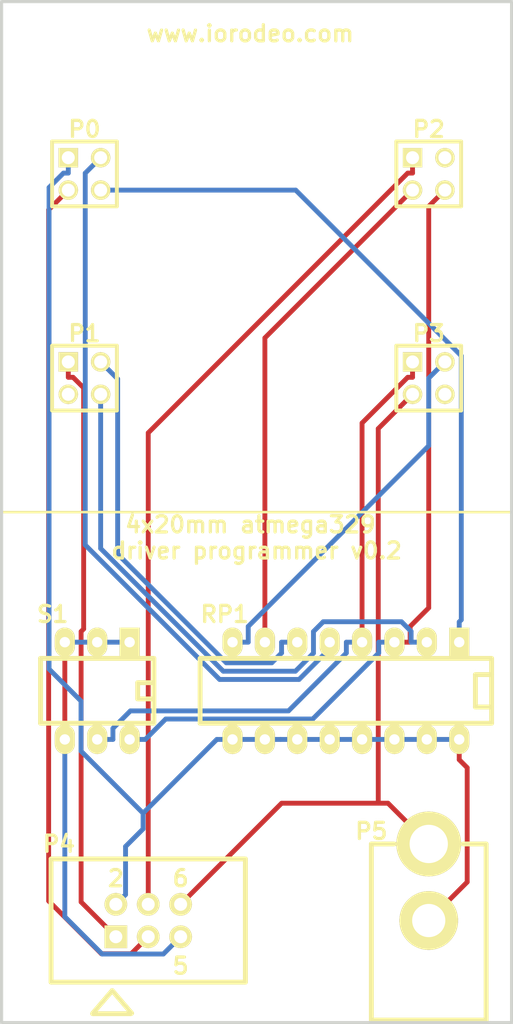
<source format=kicad_pcb>
(kicad_pcb (version 3) (host pcbnew "(2013-mar-13)-testing")

  (general
    (links 29)
    (no_connects 0)
    (area 49.874999 49.874999 90.125001 130.244321)
    (thickness 1.6)
    (drawings 7)
    (tracks 112)
    (zones 0)
    (modules 8)
    (nets 18)
  )

  (page A4)
  (layers
    (15 F.Cu signal)
    (0 B.Cu signal)
    (16 B.Adhes user)
    (17 F.Adhes user)
    (18 B.Paste user)
    (19 F.Paste user)
    (20 B.SilkS user)
    (21 F.SilkS user)
    (22 B.Mask user)
    (23 F.Mask user)
    (24 Dwgs.User user)
    (25 Cmts.User user)
    (26 Eco1.User user)
    (27 Eco2.User user)
    (28 Edge.Cuts user)
  )

  (setup
    (last_trace_width 0.381)
    (trace_clearance 0.254)
    (zone_clearance 0.508)
    (zone_45_only no)
    (trace_min 0.254)
    (segment_width 0.2)
    (edge_width 0.25)
    (via_size 0.889)
    (via_drill 0.635)
    (via_min_size 0.889)
    (via_min_drill 0.508)
    (uvia_size 0.508)
    (uvia_drill 0.127)
    (uvias_allowed no)
    (uvia_min_size 0.508)
    (uvia_min_drill 0.127)
    (pcb_text_width 0.3)
    (pcb_text_size 1.5 1.5)
    (mod_edge_width 0.15)
    (mod_text_size 1 1)
    (mod_text_width 0.15)
    (pad_size 1.5 1.5)
    (pad_drill 0.6)
    (pad_to_mask_clearance 0)
    (aux_axis_origin 0 0)
    (visible_elements FFFFFF7F)
    (pcbplotparams
      (layerselection 284196865)
      (usegerberextensions true)
      (excludeedgelayer true)
      (linewidth 0.150000)
      (plotframeref false)
      (viasonmask false)
      (mode 1)
      (useauxorigin false)
      (hpglpennumber 1)
      (hpglpenspeed 20)
      (hpglpendiameter 15)
      (hpglpenoverlay 2)
      (psnegative false)
      (psa4output false)
      (plotreference true)
      (plotvalue true)
      (plotothertext true)
      (plotinvisibletext false)
      (padsonsilk false)
      (subtractmaskfromsilk false)
      (outputformat 1)
      (mirror false)
      (drillshape 0)
      (scaleselection 1)
      (outputdirectory gerber_v0p2/))
  )

  (net 0 "")
  (net 1 +5V)
  (net 2 /CS0)
  (net 3 /CS1)
  (net 4 /CS2)
  (net 5 /CS3)
  (net 6 /MISO)
  (net 7 /MOSI)
  (net 8 /RESET)
  (net 9 /RESET_DRV0)
  (net 10 /RESET_DRV1)
  (net 11 /RESET_DRV2)
  (net 12 /RESET_DRV3)
  (net 13 /SCK)
  (net 14 GND)
  (net 15 N-0000014)
  (net 16 N-0000015)
  (net 17 N-0000016)

  (net_class Default "This is the default net class."
    (clearance 0.254)
    (trace_width 0.381)
    (via_dia 0.889)
    (via_drill 0.635)
    (uvia_dia 0.508)
    (uvia_drill 0.127)
    (add_net "")
    (add_net +5V)
    (add_net /CS0)
    (add_net /CS1)
    (add_net /CS2)
    (add_net /CS3)
    (add_net /MISO)
    (add_net /MOSI)
    (add_net /RESET)
    (add_net /RESET_DRV0)
    (add_net /RESET_DRV1)
    (add_net /RESET_DRV2)
    (add_net /RESET_DRV3)
    (add_net /SCK)
    (add_net GND)
    (add_net N-0000014)
    (add_net N-0000015)
    (add_net N-0000016)
  )

  (module PIN_ARRAY_2X2 (layer F.Cu) (tedit 53C6BDA0) (tstamp 53C6B04B)
    (at 56.5 63.5 270)
    (descr "Double rangee de contacts 2 x 2 pins")
    (tags CONN)
    (path /53C5CAE7)
    (fp_text reference P0 (at -3.5 0 360) (layer F.SilkS)
      (effects (font (size 1.27 1.27) (thickness 0.254)))
    )
    (fp_text value CONN_2X2 (at 0 3.048 270) (layer F.SilkS) hide
      (effects (font (size 1.016 1.016) (thickness 0.2032)))
    )
    (fp_line (start -2.54 -2.54) (end 2.54 -2.54) (layer F.SilkS) (width 0.3048))
    (fp_line (start 2.54 -2.54) (end 2.54 2.54) (layer F.SilkS) (width 0.3048))
    (fp_line (start 2.54 2.54) (end -2.54 2.54) (layer F.SilkS) (width 0.3048))
    (fp_line (start -2.54 2.54) (end -2.54 -2.54) (layer F.SilkS) (width 0.3048))
    (pad 1 thru_hole rect (at -1.27 1.27 270) (size 1.524 1.524) (drill 1.016)
      (layers *.Cu *.Mask F.SilkS)
      (net 1 +5V)
    )
    (pad 2 thru_hole circle (at -1.27 -1.27 270) (size 1.524 1.524) (drill 1.016)
      (layers *.Cu *.Mask F.SilkS)
      (net 2 /CS0)
    )
    (pad 3 thru_hole circle (at 1.27 1.27 270) (size 1.524 1.524) (drill 1.016)
      (layers *.Cu *.Mask F.SilkS)
      (net 13 /SCK)
    )
    (pad 4 thru_hole circle (at 1.27 -1.27 270) (size 1.524 1.524) (drill 1.016)
      (layers *.Cu *.Mask F.SilkS)
      (net 9 /RESET_DRV0)
    )
    (model pin_array/pins_array_2x2.wrl
      (at (xyz 0 0 0))
      (scale (xyz 1 1 1))
      (rotate (xyz 0 0 0))
    )
  )

  (module PIN_ARRAY_2X2 (layer F.Cu) (tedit 53C6BDB4) (tstamp 53C6B057)
    (at 56.5 79.5 270)
    (descr "Double rangee de contacts 2 x 2 pins")
    (tags CONN)
    (path /53C5CB05)
    (fp_text reference P1 (at -3.5 0 540) (layer F.SilkS)
      (effects (font (size 1.27 1.27) (thickness 0.254)))
    )
    (fp_text value CONN_2X2 (at 0 3.048 270) (layer F.SilkS) hide
      (effects (font (size 1.016 1.016) (thickness 0.2032)))
    )
    (fp_line (start -2.54 -2.54) (end 2.54 -2.54) (layer F.SilkS) (width 0.3048))
    (fp_line (start 2.54 -2.54) (end 2.54 2.54) (layer F.SilkS) (width 0.3048))
    (fp_line (start 2.54 2.54) (end -2.54 2.54) (layer F.SilkS) (width 0.3048))
    (fp_line (start -2.54 2.54) (end -2.54 -2.54) (layer F.SilkS) (width 0.3048))
    (pad 1 thru_hole rect (at -1.27 1.27 270) (size 1.524 1.524) (drill 1.016)
      (layers *.Cu *.Mask F.SilkS)
      (net 6 /MISO)
    )
    (pad 2 thru_hole circle (at -1.27 -1.27 270) (size 1.524 1.524) (drill 1.016)
      (layers *.Cu *.Mask F.SilkS)
      (net 3 /CS1)
    )
    (pad 3 thru_hole circle (at 1.27 1.27 270) (size 1.524 1.524) (drill 1.016)
      (layers *.Cu *.Mask F.SilkS)
      (net 15 N-0000014)
    )
    (pad 4 thru_hole circle (at 1.27 -1.27 270) (size 1.524 1.524) (drill 1.016)
      (layers *.Cu *.Mask F.SilkS)
      (net 10 /RESET_DRV1)
    )
    (model pin_array/pins_array_2x2.wrl
      (at (xyz 0 0 0))
      (scale (xyz 1 1 1))
      (rotate (xyz 0 0 0))
    )
  )

  (module PIN_ARRAY_2X2 (layer F.Cu) (tedit 53C6BD9C) (tstamp 53C6B063)
    (at 83.5 63.5 270)
    (descr "Double rangee de contacts 2 x 2 pins")
    (tags CONN)
    (path /53C5CAF6)
    (fp_text reference P2 (at -3.5 0 540) (layer F.SilkS)
      (effects (font (size 1.27 1.27) (thickness 0.254)))
    )
    (fp_text value CONN_2X2 (at 0 3.048 270) (layer F.SilkS) hide
      (effects (font (size 1.016 1.016) (thickness 0.2032)))
    )
    (fp_line (start -2.54 -2.54) (end 2.54 -2.54) (layer F.SilkS) (width 0.3048))
    (fp_line (start 2.54 -2.54) (end 2.54 2.54) (layer F.SilkS) (width 0.3048))
    (fp_line (start 2.54 2.54) (end -2.54 2.54) (layer F.SilkS) (width 0.3048))
    (fp_line (start -2.54 2.54) (end -2.54 -2.54) (layer F.SilkS) (width 0.3048))
    (pad 1 thru_hole rect (at -1.27 1.27 270) (size 1.524 1.524) (drill 1.016)
      (layers *.Cu *.Mask F.SilkS)
      (net 7 /MOSI)
    )
    (pad 2 thru_hole circle (at -1.27 -1.27 270) (size 1.524 1.524) (drill 1.016)
      (layers *.Cu *.Mask F.SilkS)
      (net 16 N-0000015)
    )
    (pad 3 thru_hole circle (at 1.27 1.27 270) (size 1.524 1.524) (drill 1.016)
      (layers *.Cu *.Mask F.SilkS)
      (net 4 /CS2)
    )
    (pad 4 thru_hole circle (at 1.27 -1.27 270) (size 1.524 1.524) (drill 1.016)
      (layers *.Cu *.Mask F.SilkS)
      (net 11 /RESET_DRV2)
    )
    (model pin_array/pins_array_2x2.wrl
      (at (xyz 0 0 0))
      (scale (xyz 1 1 1))
      (rotate (xyz 0 0 0))
    )
  )

  (module PIN_ARRAY_2X2 (layer F.Cu) (tedit 53C6BDCA) (tstamp 53C6B06F)
    (at 83.5 79.5 270)
    (descr "Double rangee de contacts 2 x 2 pins")
    (tags CONN)
    (path /53C5CB14)
    (fp_text reference P3 (at -3.5 0 360) (layer F.SilkS)
      (effects (font (size 1.27 1.27) (thickness 0.254)))
    )
    (fp_text value CONN_2X2 (at 0 3.048 270) (layer F.SilkS) hide
      (effects (font (size 1.016 1.016) (thickness 0.2032)))
    )
    (fp_line (start -2.54 -2.54) (end 2.54 -2.54) (layer F.SilkS) (width 0.3048))
    (fp_line (start 2.54 -2.54) (end 2.54 2.54) (layer F.SilkS) (width 0.3048))
    (fp_line (start 2.54 2.54) (end -2.54 2.54) (layer F.SilkS) (width 0.3048))
    (fp_line (start -2.54 2.54) (end -2.54 -2.54) (layer F.SilkS) (width 0.3048))
    (pad 1 thru_hole rect (at -1.27 1.27 270) (size 1.524 1.524) (drill 1.016)
      (layers *.Cu *.Mask F.SilkS)
      (net 12 /RESET_DRV3)
    )
    (pad 2 thru_hole circle (at -1.27 -1.27 270) (size 1.524 1.524) (drill 1.016)
      (layers *.Cu *.Mask F.SilkS)
      (net 5 /CS3)
    )
    (pad 3 thru_hole circle (at 1.27 1.27 270) (size 1.524 1.524) (drill 1.016)
      (layers *.Cu *.Mask F.SilkS)
      (net 14 GND)
    )
    (pad 4 thru_hole circle (at 1.27 -1.27 270) (size 1.524 1.524) (drill 1.016)
      (layers *.Cu *.Mask F.SilkS)
      (net 17 N-0000016)
    )
    (model pin_array/pins_array_2x2.wrl
      (at (xyz 0 0 0))
      (scale (xyz 1 1 1))
      (rotate (xyz 0 0 0))
    )
  )

  (module 3X2_SHRD_HEADER (layer F.Cu) (tedit 53C6BDDD) (tstamp 53C6B083)
    (at 61.5 122)
    (path /53C5CE0B)
    (fp_text reference P4 (at -7 -6) (layer F.SilkS)
      (effects (font (size 1.27 1.27) (thickness 0.254)))
    )
    (fp_text value CONN_3X2 (at 5.19938 6.2992) (layer F.SilkS) hide
      (effects (font (thickness 0.3048)))
    )
    (fp_text user 5 (at 2.54 3.556) (layer F.SilkS)
      (effects (font (size 1.27 1.27) (thickness 0.254)))
    )
    (fp_text user 6 (at 2.54 -3.302) (layer F.SilkS)
      (effects (font (size 1.27 1.27) (thickness 0.254)))
    )
    (fp_line (start -7.62 4.826) (end 7.62 4.826) (layer F.SilkS) (width 0.381))
    (fp_line (start -7.62 -4.826) (end 7.62 -4.826) (layer F.SilkS) (width 0.381))
    (fp_line (start 7.62 -4.826) (end 7.62 4.826) (layer F.SilkS) (width 0.381))
    (fp_line (start -7.62 4.826) (end -7.62 -4.826) (layer F.SilkS) (width 0.381))
    (fp_line (start -4.36118 7.29996) (end -1.3589 7.29996) (layer F.SilkS) (width 0.381))
    (fp_text user 2 (at -2.54 -3.302) (layer F.SilkS)
      (effects (font (size 1.27 1.27) (thickness 0.254)))
    )
    (fp_line (start -2.82448 5.48894) (end -4.34848 7.26694) (layer F.SilkS) (width 0.381))
    (fp_line (start -1.30048 7.2644) (end -2.82448 5.4864) (layer F.SilkS) (width 0.381))
    (pad 1 thru_hole rect (at -2.54 1.27) (size 1.778 1.778) (drill 1.016)
      (layers *.Cu *.Mask F.SilkS)
      (net 6 /MISO)
    )
    (pad 2 thru_hole circle (at -2.54 -1.27) (size 1.778 1.778) (drill 1.016)
      (layers *.Cu *.Mask F.SilkS)
      (net 1 +5V)
    )
    (pad 3 thru_hole circle (at 0 1.27) (size 1.778 1.778) (drill 1.016)
      (layers *.Cu *.Mask F.SilkS)
      (net 13 /SCK)
    )
    (pad 4 thru_hole circle (at 0 -1.27) (size 1.778 1.778) (drill 1.016)
      (layers *.Cu *.Mask F.SilkS)
      (net 7 /MOSI)
    )
    (pad 5 thru_hole circle (at 2.54 1.27) (size 1.778 1.778) (drill 1.016)
      (layers *.Cu *.Mask F.SilkS)
      (net 8 /RESET)
    )
    (pad 6 thru_hole circle (at 2.54 -1.27) (size 1.778 1.778) (drill 1.016)
      (layers *.Cu *.Mask F.SilkS)
      (net 14 GND)
    )
  )

  (module DCJACK_2PIN (layer F.Cu) (tedit 53C6BDD9) (tstamp 53C6B08F)
    (at 83.5 116 270)
    (path /53C5CBA3)
    (fp_text reference P5 (at -1 4.5 540) (layer F.SilkS)
      (effects (font (size 1.27 1.27) (thickness 0.254)))
    )
    (fp_text value CONN_2 (at 7.8994 6.79958 270) (layer F.SilkS) hide
      (effects (font (thickness 0.3048)))
    )
    (fp_line (start 0 -2.70002) (end 0 -4.50088) (layer F.SilkS) (width 0.381))
    (fp_line (start 0 -4.50088) (end 13.79982 -4.50088) (layer F.SilkS) (width 0.381))
    (fp_line (start 13.79982 -4.50088) (end 13.79982 4.39928) (layer F.SilkS) (width 0.381))
    (fp_line (start 13.79982 4.39928) (end 13.79982 4.50088) (layer F.SilkS) (width 0.381))
    (fp_line (start 13.79982 4.50088) (end 0 4.50088) (layer F.SilkS) (width 0.381))
    (fp_line (start 0 4.50088) (end 0 2.70002) (layer F.SilkS) (width 0.381))
    (pad 1 thru_hole circle (at 0 0 270) (size 5.08 5.08) (drill 2.99974)
      (layers *.Cu *.Mask F.SilkS)
      (net 14 GND)
    )
    (pad 2 thru_hole circle (at 5.99948 0 270) (size 4.59994 4.59994) (drill 2.60096)
      (layers *.Cu *.Mask F.SilkS)
      (net 1 +5V)
    )
  )

  (module DIP-6__300_ELL (layer F.Cu) (tedit 53C6BDD4) (tstamp 53C6B110)
    (at 57.5 104 180)
    (descr "6 pins DIL package, elliptical pads")
    (tags DIL)
    (path /53C5F128)
    (fp_text reference S1 (at 3.5 6 180) (layer F.SilkS)
      (effects (font (size 1.27 1.27) (thickness 0.254)))
    )
    (fp_text value DIP_SWITCH_4 (at 0 1.27 180) (layer F.SilkS) hide
      (effects (font (size 1.27 0.889) (thickness 0.1524)))
    )
    (fp_line (start -4.445 -2.54) (end 4.445 -2.54) (layer F.SilkS) (width 0.381))
    (fp_line (start 4.445 -2.54) (end 4.445 2.54) (layer F.SilkS) (width 0.381))
    (fp_line (start 4.445 2.54) (end -4.445 2.54) (layer F.SilkS) (width 0.381))
    (fp_line (start -4.445 2.54) (end -4.445 -2.54) (layer F.SilkS) (width 0.381))
    (fp_line (start -4.445 -0.635) (end -3.175 -0.635) (layer F.SilkS) (width 0.381))
    (fp_line (start -3.175 -0.635) (end -3.175 0.635) (layer F.SilkS) (width 0.381))
    (fp_line (start -3.175 0.635) (end -4.445 0.635) (layer F.SilkS) (width 0.381))
    (pad 1 thru_hole rect (at -2.54 3.81 180) (size 1.5748 2.286) (drill 0.8128)
      (layers *.Cu *.Mask F.SilkS)
      (net 8 /RESET)
    )
    (pad 2 thru_hole oval (at 0 3.81 180) (size 1.5748 2.286) (drill 0.8128)
      (layers *.Cu *.Mask F.SilkS)
      (net 8 /RESET)
    )
    (pad 3 thru_hole oval (at 2.54 3.81 180) (size 1.5748 2.286) (drill 0.8128)
      (layers *.Cu *.Mask F.SilkS)
      (net 8 /RESET)
    )
    (pad 4 thru_hole oval (at 2.54 -3.81 180) (size 1.5748 2.286) (drill 0.8128)
      (layers *.Cu *.Mask F.SilkS)
      (net 8 /RESET)
    )
    (pad 5 thru_hole oval (at 0 -3.81 180) (size 1.5748 2.286) (drill 0.8128)
      (layers *.Cu *.Mask F.SilkS)
      (net 12 /RESET_DRV3)
    )
    (pad 6 thru_hole oval (at -2.54 -3.81 180) (size 1.5748 2.286) (drill 0.8128)
      (layers *.Cu *.Mask F.SilkS)
      (net 11 /RESET_DRV2)
    )
    (model dil/dil_6.wrl
      (at (xyz 0 0 0))
      (scale (xyz 1 1 1))
      (rotate (xyz 0 0 0))
    )
  )

  (module DIP-16__300_ELL (layer F.Cu) (tedit 53C6BDD1) (tstamp 53C6B333)
    (at 77 104 180)
    (descr "16 pins DIL package, elliptical pads")
    (tags DIL)
    (path /53C6B0EF)
    (fp_text reference RP1 (at 9.5 6 180) (layer F.SilkS)
      (effects (font (size 1.27 1.27) (thickness 0.254)))
    )
    (fp_text value R_PACK8 (at 1.27 1.27 180) (layer F.SilkS) hide
      (effects (font (size 1.524 1.143) (thickness 0.28575)))
    )
    (fp_line (start -11.43 -1.27) (end -11.43 -1.27) (layer F.SilkS) (width 0.381))
    (fp_line (start -11.43 -1.27) (end -10.16 -1.27) (layer F.SilkS) (width 0.381))
    (fp_line (start -10.16 -1.27) (end -10.16 1.27) (layer F.SilkS) (width 0.381))
    (fp_line (start -10.16 1.27) (end -11.43 1.27) (layer F.SilkS) (width 0.381))
    (fp_line (start -11.43 -2.54) (end 11.43 -2.54) (layer F.SilkS) (width 0.381))
    (fp_line (start 11.43 -2.54) (end 11.43 2.54) (layer F.SilkS) (width 0.381))
    (fp_line (start 11.43 2.54) (end -11.43 2.54) (layer F.SilkS) (width 0.381))
    (fp_line (start -11.43 2.54) (end -11.43 -2.54) (layer F.SilkS) (width 0.381))
    (pad 1 thru_hole rect (at -8.89 3.81 180) (size 1.5748 2.286) (drill 0.8128)
      (layers *.Cu *.Mask F.SilkS)
      (net 9 /RESET_DRV0)
    )
    (pad 2 thru_hole oval (at -6.35 3.81 180) (size 1.5748 2.286) (drill 0.8128)
      (layers *.Cu *.Mask F.SilkS)
      (net 10 /RESET_DRV1)
    )
    (pad 3 thru_hole oval (at -3.81 3.81 180) (size 1.5748 2.286) (drill 0.8128)
      (layers *.Cu *.Mask F.SilkS)
      (net 11 /RESET_DRV2)
    )
    (pad 4 thru_hole oval (at -1.27 3.81 180) (size 1.5748 2.286) (drill 0.8128)
      (layers *.Cu *.Mask F.SilkS)
      (net 12 /RESET_DRV3)
    )
    (pad 5 thru_hole oval (at 1.27 3.81 180) (size 1.5748 2.286) (drill 0.8128)
      (layers *.Cu *.Mask F.SilkS)
      (net 2 /CS0)
    )
    (pad 6 thru_hole oval (at 3.81 3.81 180) (size 1.5748 2.286) (drill 0.8128)
      (layers *.Cu *.Mask F.SilkS)
      (net 3 /CS1)
    )
    (pad 7 thru_hole oval (at 6.35 3.81 180) (size 1.5748 2.286) (drill 0.8128)
      (layers *.Cu *.Mask F.SilkS)
      (net 4 /CS2)
    )
    (pad 8 thru_hole oval (at 8.89 3.81 180) (size 1.5748 2.286) (drill 0.8128)
      (layers *.Cu *.Mask F.SilkS)
      (net 5 /CS3)
    )
    (pad 9 thru_hole oval (at 8.89 -3.81 180) (size 1.5748 2.286) (drill 0.8128)
      (layers *.Cu *.Mask F.SilkS)
      (net 1 +5V)
    )
    (pad 10 thru_hole oval (at 6.35 -3.81 180) (size 1.5748 2.286) (drill 0.8128)
      (layers *.Cu *.Mask F.SilkS)
      (net 1 +5V)
    )
    (pad 11 thru_hole oval (at 3.81 -3.81 180) (size 1.5748 2.286) (drill 0.8128)
      (layers *.Cu *.Mask F.SilkS)
      (net 1 +5V)
    )
    (pad 12 thru_hole oval (at 1.27 -3.81 180) (size 1.5748 2.286) (drill 0.8128)
      (layers *.Cu *.Mask F.SilkS)
      (net 1 +5V)
    )
    (pad 13 thru_hole oval (at -1.27 -3.81 180) (size 1.5748 2.286) (drill 0.8128)
      (layers *.Cu *.Mask F.SilkS)
      (net 1 +5V)
    )
    (pad 14 thru_hole oval (at -3.81 -3.81 180) (size 1.5748 2.286) (drill 0.8128)
      (layers *.Cu *.Mask F.SilkS)
      (net 1 +5V)
    )
    (pad 15 thru_hole oval (at -6.35 -3.81 180) (size 1.5748 2.286) (drill 0.8128)
      (layers *.Cu *.Mask F.SilkS)
      (net 1 +5V)
    )
    (pad 16 thru_hole oval (at -8.89 -3.81 180) (size 1.5748 2.286) (drill 0.8128)
      (layers *.Cu *.Mask F.SilkS)
      (net 1 +5V)
    )
    (model dil/dil_16.wrl
      (at (xyz 0 0 0))
      (scale (xyz 1 1 1))
      (rotate (xyz 0 0 0))
    )
  )

  (gr_text www.iorodeo.com (at 69.5 52.5) (layer F.SilkS)
    (effects (font (size 1.27 1.27) (thickness 0.254)))
  )
  (gr_text "4x20mm atmega329 \ndriver programmer v0.2" (at 70 92) (layer F.SilkS)
    (effects (font (size 1.27 1.27) (thickness 0.254)))
  )
  (gr_line (start 50 90) (end 90 90) (angle 90) (layer F.SilkS) (width 0.2))
  (gr_line (start 50 130) (end 90 130) (angle 90) (layer Edge.Cuts) (width 0.25))
  (gr_line (start 90 50) (end 90 130) (angle 90) (layer Edge.Cuts) (width 0.25))
  (gr_line (start 50 50) (end 90 50) (angle 90) (layer Edge.Cuts) (width 0.25))
  (gr_line (start 50 50) (end 50 130) (angle 90) (layer Edge.Cuts) (width 0.25))

  (segment (start 85.89 107.81) (end 83.35 107.81) (width 0.381) (layer B.Cu) (net 1))
  (segment (start 83.35 107.81) (end 80.81 107.81) (width 0.381) (layer B.Cu) (net 1))
  (segment (start 80.81 107.81) (end 78.27 107.81) (width 0.381) (layer B.Cu) (net 1))
  (segment (start 78.27 107.81) (end 75.73 107.81) (width 0.381) (layer B.Cu) (net 1))
  (segment (start 70.65 107.81) (end 71.8822 107.81) (width 0.381) (layer B.Cu) (net 1))
  (segment (start 75.73 107.81) (end 73.19 107.81) (width 0.381) (layer B.Cu) (net 1))
  (segment (start 73.19 107.81) (end 71.8822 107.81) (width 0.381) (layer B.Cu) (net 1))
  (segment (start 86.5146 118.9849) (end 83.5 121.9995) (width 0.381) (layer F.Cu) (net 1))
  (segment (start 86.5146 110.0224) (end 86.5146 118.9849) (width 0.381) (layer F.Cu) (net 1))
  (segment (start 85.89 109.3978) (end 86.5146 110.0224) (width 0.381) (layer F.Cu) (net 1))
  (segment (start 85.89 107.81) (end 85.89 109.3978) (width 0.381) (layer F.Cu) (net 1))
  (segment (start 70.65 107.81) (end 68.11 107.81) (width 0.381) (layer B.Cu) (net 1))
  (segment (start 55.23 62.23) (end 55.23 63.4368) (width 0.381) (layer B.Cu) (net 1))
  (segment (start 68.11 107.81) (end 66.8778 107.81) (width 0.381) (layer B.Cu) (net 1))
  (segment (start 66.8778 107.81) (end 61.0965 113.5913) (width 0.381) (layer B.Cu) (net 1))
  (segment (start 61.0965 113.5914) (end 61.0965 113.5913) (width 0.381) (layer B.Cu) (net 1))
  (segment (start 61.0965 114.8235) (end 61.0965 113.5914) (width 0.381) (layer B.Cu) (net 1))
  (segment (start 59.7219 116.1981) (end 61.0965 114.8235) (width 0.381) (layer B.Cu) (net 1))
  (segment (start 59.7219 119.9681) (end 59.7219 116.1981) (width 0.381) (layer B.Cu) (net 1))
  (segment (start 58.96 120.73) (end 59.7219 119.9681) (width 0.381) (layer B.Cu) (net 1))
  (segment (start 54.8529 63.4368) (end 55.23 63.4368) (width 0.381) (layer B.Cu) (net 1))
  (segment (start 53.7221 64.5676) (end 54.8529 63.4368) (width 0.381) (layer B.Cu) (net 1))
  (segment (start 53.7221 102.2958) (end 53.7221 64.5676) (width 0.381) (layer B.Cu) (net 1))
  (segment (start 56.23 104.8037) (end 53.7221 102.2958) (width 0.381) (layer B.Cu) (net 1))
  (segment (start 56.23 108.7249) (end 56.23 104.8037) (width 0.381) (layer B.Cu) (net 1))
  (segment (start 61.0965 113.5913) (end 56.23 108.7249) (width 0.381) (layer B.Cu) (net 1))
  (segment (start 56.5595 63.4405) (end 57.77 62.23) (width 0.381) (layer B.Cu) (net 2))
  (segment (start 56.5595 92.5743) (end 56.5595 63.4405) (width 0.381) (layer B.Cu) (net 2))
  (segment (start 67.0957 103.1105) (end 56.5595 92.5743) (width 0.381) (layer B.Cu) (net 2))
  (segment (start 73.3303 103.1105) (end 67.0957 103.1105) (width 0.381) (layer B.Cu) (net 2))
  (segment (start 75.73 100.7108) (end 73.3303 103.1105) (width 0.381) (layer B.Cu) (net 2))
  (segment (start 75.73 100.19) (end 75.73 100.7108) (width 0.381) (layer B.Cu) (net 2))
  (segment (start 59.1031 79.5631) (end 57.77 78.23) (width 0.381) (layer B.Cu) (net 3))
  (segment (start 59.1031 93.2851) (end 59.1031 79.5631) (width 0.381) (layer B.Cu) (net 3))
  (segment (start 67.6259 101.8079) (end 59.1031 93.2851) (width 0.381) (layer B.Cu) (net 3))
  (segment (start 71.187 101.8079) (end 67.6259 101.8079) (width 0.381) (layer B.Cu) (net 3))
  (segment (start 71.9578 101.0371) (end 71.187 101.8079) (width 0.381) (layer B.Cu) (net 3))
  (segment (start 71.9578 100.19) (end 71.9578 101.0371) (width 0.381) (layer B.Cu) (net 3))
  (segment (start 73.19 100.19) (end 71.9578 100.19) (width 0.381) (layer B.Cu) (net 3))
  (segment (start 70.65 76.35) (end 82.23 64.77) (width 0.381) (layer F.Cu) (net 4))
  (segment (start 70.65 100.19) (end 70.65 76.35) (width 0.381) (layer F.Cu) (net 4))
  (segment (start 83.5 79.5) (end 84.77 78.23) (width 0.381) (layer B.Cu) (net 5))
  (segment (start 83.5 84.8) (end 83.5 79.5) (width 0.381) (layer B.Cu) (net 5))
  (segment (start 69.3422 98.9578) (end 83.5 84.8) (width 0.381) (layer B.Cu) (net 5))
  (segment (start 69.3422 100.19) (end 69.3422 98.9578) (width 0.381) (layer B.Cu) (net 5))
  (segment (start 68.11 100.19) (end 69.3422 100.19) (width 0.381) (layer B.Cu) (net 5))
  (segment (start 55.6072 79.4368) (end 55.23 79.4368) (width 0.381) (layer F.Cu) (net 6))
  (segment (start 56.4368 80.2664) (end 55.6072 79.4368) (width 0.381) (layer F.Cu) (net 6))
  (segment (start 56.4368 99.1549) (end 56.4368 80.2664) (width 0.381) (layer F.Cu) (net 6))
  (segment (start 56.2357 99.356) (end 56.4368 99.1549) (width 0.381) (layer F.Cu) (net 6))
  (segment (start 56.2357 120.5457) (end 56.2357 99.356) (width 0.381) (layer F.Cu) (net 6))
  (segment (start 58.96 123.27) (end 56.2357 120.5457) (width 0.381) (layer F.Cu) (net 6))
  (segment (start 55.23 78.23) (end 55.23 79.4368) (width 0.381) (layer F.Cu) (net 6))
  (segment (start 81.8529 63.4368) (end 82.23 63.4368) (width 0.381) (layer F.Cu) (net 7))
  (segment (start 61.5 83.7897) (end 81.8529 63.4368) (width 0.381) (layer F.Cu) (net 7))
  (segment (start 61.5 120.73) (end 61.5 83.7897) (width 0.381) (layer F.Cu) (net 7))
  (segment (start 82.23 62.23) (end 82.23 63.4368) (width 0.381) (layer F.Cu) (net 7))
  (segment (start 54.96 100.19) (end 57.5 100.19) (width 0.381) (layer B.Cu) (net 8))
  (segment (start 57.5 100.19) (end 60.04 100.19) (width 0.381) (layer B.Cu) (net 8))
  (segment (start 62.6866 124.6234) (end 64.04 123.27) (width 0.381) (layer B.Cu) (net 8))
  (segment (start 57.8814 124.6234) (end 62.6866 124.6234) (width 0.381) (layer B.Cu) (net 8))
  (segment (start 54.96 121.702) (end 57.8814 124.6234) (width 0.381) (layer B.Cu) (net 8))
  (segment (start 54.96 107.81) (end 54.96 121.702) (width 0.381) (layer B.Cu) (net 8))
  (segment (start 54.96 107.81) (end 54.96 100.19) (width 0.381) (layer F.Cu) (net 8))
  (segment (start 73.0669 64.77) (end 57.77 64.77) (width 0.381) (layer B.Cu) (net 9))
  (segment (start 86.0526 77.7557) (end 73.0669 64.77) (width 0.381) (layer B.Cu) (net 9))
  (segment (start 86.0526 98.4396) (end 86.0526 77.7557) (width 0.381) (layer B.Cu) (net 9))
  (segment (start 85.89 98.6022) (end 86.0526 98.4396) (width 0.381) (layer B.Cu) (net 9))
  (segment (start 85.89 100.19) (end 85.89 98.6022) (width 0.381) (layer B.Cu) (net 9))
  (segment (start 83.35 100.19) (end 82.1178 100.19) (width 0.381) (layer B.Cu) (net 10))
  (segment (start 57.77 92.8506) (end 57.77 80.77) (width 0.381) (layer B.Cu) (net 10))
  (segment (start 67.3835 102.4641) (end 57.77 92.8506) (width 0.381) (layer B.Cu) (net 10))
  (segment (start 73.0462 102.4641) (end 67.3835 102.4641) (width 0.381) (layer B.Cu) (net 10))
  (segment (start 74.46 101.0503) (end 73.0462 102.4641) (width 0.381) (layer B.Cu) (net 10))
  (segment (start 74.46 99.3569) (end 74.46 101.0503) (width 0.381) (layer B.Cu) (net 10))
  (segment (start 75.2277 98.5892) (end 74.46 99.3569) (width 0.381) (layer B.Cu) (net 10))
  (segment (start 81.3641 98.5892) (end 75.2277 98.5892) (width 0.381) (layer B.Cu) (net 10))
  (segment (start 82.1178 99.3429) (end 81.3641 98.5892) (width 0.381) (layer B.Cu) (net 10))
  (segment (start 82.1178 100.19) (end 82.1178 99.3429) (width 0.381) (layer B.Cu) (net 10))
  (segment (start 62.8713 106.2109) (end 61.2722 107.81) (width 0.381) (layer B.Cu) (net 11))
  (segment (start 74.404 106.2109) (end 62.8713 106.2109) (width 0.381) (layer B.Cu) (net 11))
  (segment (start 79.5778 101.0371) (end 74.404 106.2109) (width 0.381) (layer B.Cu) (net 11))
  (segment (start 79.5778 100.19) (end 79.5778 101.0371) (width 0.381) (layer B.Cu) (net 11))
  (segment (start 80.81 100.19) (end 79.5778 100.19) (width 0.381) (layer B.Cu) (net 11))
  (segment (start 60.04 107.81) (end 61.2722 107.81) (width 0.381) (layer B.Cu) (net 11))
  (segment (start 82.0422 98.9578) (end 82.0422 100.19) (width 0.381) (layer F.Cu) (net 11))
  (segment (start 83.5 97.5) (end 82.0422 98.9578) (width 0.381) (layer F.Cu) (net 11))
  (segment (start 83.5 66.04) (end 83.5 97.5) (width 0.381) (layer F.Cu) (net 11))
  (segment (start 84.77 64.77) (end 83.5 66.04) (width 0.381) (layer F.Cu) (net 11))
  (segment (start 80.81 100.19) (end 82.0422 100.19) (width 0.381) (layer F.Cu) (net 11))
  (segment (start 78.27 83.0197) (end 78.27 100.19) (width 0.381) (layer F.Cu) (net 12))
  (segment (start 81.8529 79.4368) (end 78.27 83.0197) (width 0.381) (layer F.Cu) (net 12))
  (segment (start 82.23 79.4368) (end 81.8529 79.4368) (width 0.381) (layer F.Cu) (net 12))
  (segment (start 82.23 78.23) (end 82.23 79.4368) (width 0.381) (layer F.Cu) (net 12))
  (segment (start 58.7322 106.9438) (end 58.7322 107.81) (width 0.381) (layer B.Cu) (net 12))
  (segment (start 60.1005 105.5755) (end 58.7322 106.9438) (width 0.381) (layer B.Cu) (net 12))
  (segment (start 72.4994 105.5755) (end 60.1005 105.5755) (width 0.381) (layer B.Cu) (net 12))
  (segment (start 77.0378 101.0371) (end 72.4994 105.5755) (width 0.381) (layer B.Cu) (net 12))
  (segment (start 77.0378 100.19) (end 77.0378 101.0371) (width 0.381) (layer B.Cu) (net 12))
  (segment (start 78.27 100.19) (end 77.0378 100.19) (width 0.381) (layer B.Cu) (net 12))
  (segment (start 57.5 107.81) (end 58.7322 107.81) (width 0.381) (layer B.Cu) (net 12))
  (segment (start 60.1661 124.6039) (end 61.5 123.27) (width 0.381) (layer F.Cu) (net 13))
  (segment (start 57.8281 124.6039) (end 60.1661 124.6039) (width 0.381) (layer F.Cu) (net 13))
  (segment (start 53.6915 120.4673) (end 57.8281 124.6039) (width 0.381) (layer F.Cu) (net 13))
  (segment (start 53.6915 66.3085) (end 53.6915 120.4673) (width 0.381) (layer F.Cu) (net 13))
  (segment (start 55.23 64.77) (end 53.6915 66.3085) (width 0.381) (layer F.Cu) (net 13))
  (segment (start 79.54 83.46) (end 82.23 80.77) (width 0.381) (layer F.Cu) (net 14))
  (segment (start 79.54 112.8064) (end 79.54 83.46) (width 0.381) (layer F.Cu) (net 14))
  (segment (start 80.3064 112.8064) (end 79.54 112.8064) (width 0.381) (layer F.Cu) (net 14))
  (segment (start 83.5 116) (end 80.3064 112.8064) (width 0.381) (layer F.Cu) (net 14))
  (segment (start 71.9636 112.8064) (end 64.04 120.73) (width 0.381) (layer F.Cu) (net 14))
  (segment (start 79.54 112.8064) (end 71.9636 112.8064) (width 0.381) (layer F.Cu) (net 14))

)

</source>
